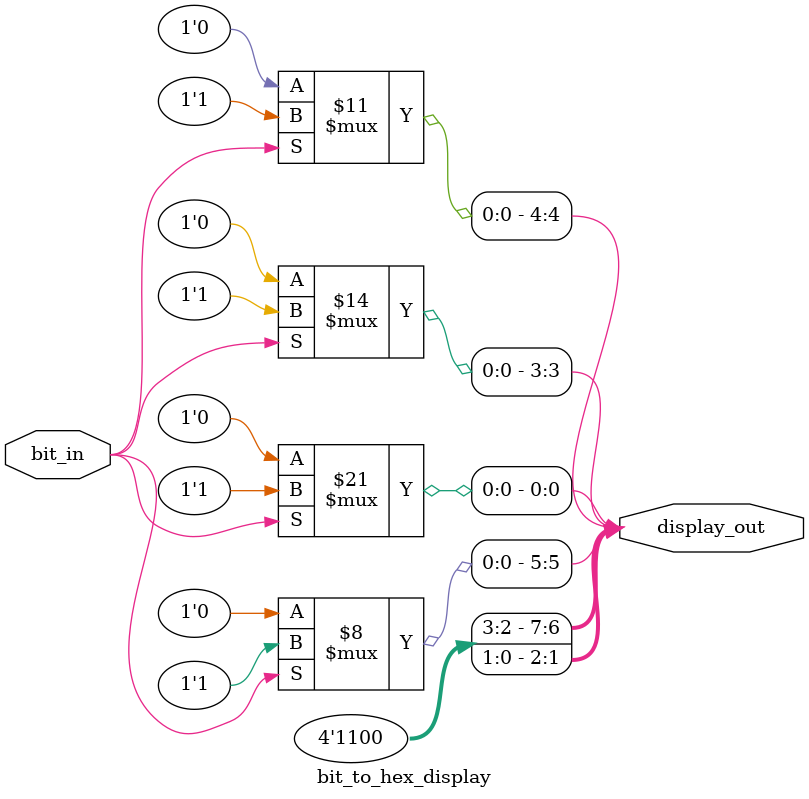
<source format=v>
module bit_to_hex_display(bit_in, display_out);

input bit_in;
output reg [7:0] display_out;

parameter SEG_ON = 0, SEG_OFF = 1;

always@(*) begin 
    if (bit_in == 0) begin
    display_out[0] = SEG_ON;
    display_out[1] = SEG_ON;
    display_out[2] = SEG_ON;
    display_out[3] = SEG_ON;
    display_out[4] = SEG_ON;
    display_out[5] = SEG_ON;
    display_out[6] = SEG_OFF;
    display_out[7] = SEG_OFF;
    end
    else begin
    display_out[0] = SEG_OFF;
    display_out[1] = SEG_ON;
    display_out[2] = SEG_ON;
    display_out[3] = SEG_OFF;
    display_out[4] = SEG_OFF;
    display_out[5] = SEG_OFF;
    display_out[6] = SEG_OFF;
    display_out[7] = SEG_OFF;
	 end
end 
endmodule 
</source>
